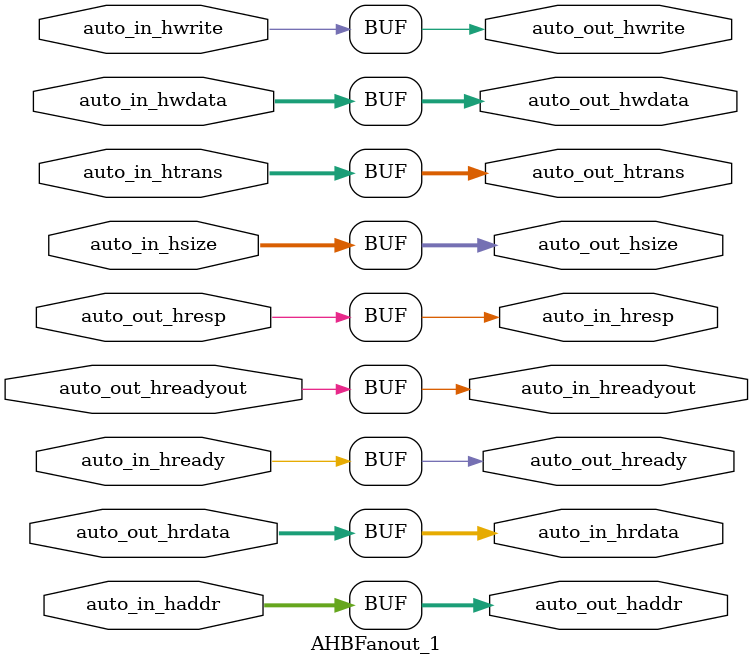
<source format=sv>
module AHBFanout_1(
  input         auto_in_hready,
  output        auto_in_hreadyout,
  input  [1:0]  auto_in_htrans,
  input  [2:0]  auto_in_hsize,
  input         auto_in_hwrite,
  input  [30:0] auto_in_haddr,
  input  [31:0] auto_in_hwdata,
  output        auto_in_hresp,
  output [31:0] auto_in_hrdata,
  output        auto_out_hready,
  input         auto_out_hreadyout,
  output [1:0]  auto_out_htrans,
  output [2:0]  auto_out_hsize,
  output        auto_out_hwrite,
  output [30:0] auto_out_haddr,
  output [31:0] auto_out_hwdata,
  input         auto_out_hresp,
  input  [31:0] auto_out_hrdata
);
  wire  _T_10;
  assign _T_10 = ~auto_out_hreadyout;
  assign auto_in_hreadyout = ~_T_10;
  assign auto_in_hresp = auto_out_hresp;
  assign auto_in_hrdata = auto_out_hrdata;
  assign auto_out_hready = auto_in_hready;
  assign auto_out_htrans = auto_in_htrans;
  assign auto_out_hsize = auto_in_hsize;
  assign auto_out_hwrite = auto_in_hwrite;
  assign auto_out_haddr = auto_in_haddr;
  assign auto_out_hwdata = auto_in_hwdata;

endmodule

</source>
